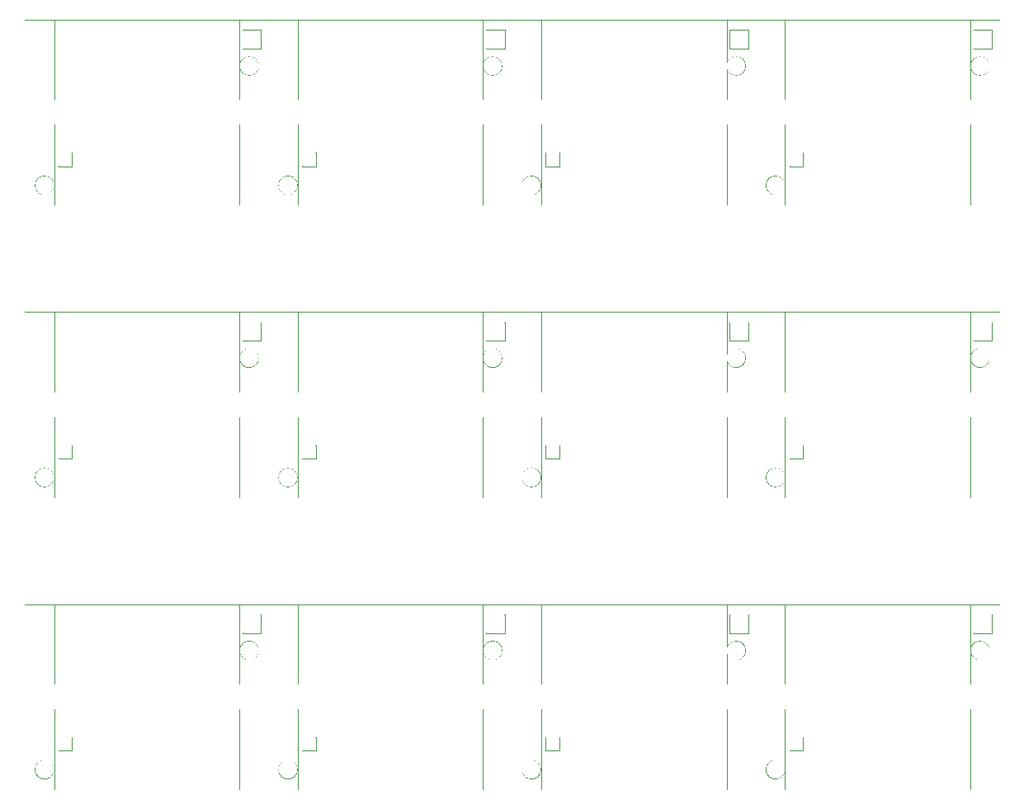
<source format=gto>
G04 #@! TF.GenerationSoftware,KiCad,Pcbnew,(5.0.0-3-g5ebb6b6)*
G04 #@! TF.CreationDate,2018-09-11T22:55:40+09:00*
G04 #@! TF.ProjectId,panelising_topre_pad_elecrow,70616E656C6973696E675F746F707265,rev?*
G04 #@! TF.SameCoordinates,Original*
G04 #@! TF.FileFunction,Legend,Top*
G04 #@! TF.FilePolarity,Positive*
%FSLAX46Y46*%
G04 Gerber Fmt 4.6, Leading zero omitted, Abs format (unit mm)*
G04 Created by KiCad (PCBNEW (5.0.0-3-g5ebb6b6)) date 2018 September 11, Tuesday 22:55:40*
%MOMM*%
%LPD*%
G01*
G04 APERTURE LIST*
%ADD10C,0.100000*%
%ADD11C,0.120000*%
%ADD12C,1.900000*%
%ADD13C,1.600000*%
%ADD14R,1.400000X1.400000*%
%ADD15R,1.900000X1.900000*%
%ADD16C,2.100000*%
%ADD17R,2.100000X2.100000*%
%ADD18C,2.600000*%
G04 APERTURE END LIST*
D10*
X74750000Y-94750000D02*
X74750000Y-75750000D01*
X55750000Y-94750000D02*
X55750000Y-75750000D01*
X52750000Y-75750000D02*
X77750000Y-75750000D01*
X99750000Y-94750000D02*
X99750000Y-75750000D01*
X80750000Y-94750000D02*
X80750000Y-75750000D01*
X77750000Y-75750000D02*
X102750000Y-75750000D01*
X124750000Y-94750000D02*
X124750000Y-75750000D01*
X105750000Y-94750000D02*
X105750000Y-75750000D01*
X102750000Y-75750000D02*
X127750000Y-75750000D01*
X74750000Y-124750000D02*
X74750000Y-105750000D01*
X55750000Y-124750000D02*
X55750000Y-105750000D01*
X52750000Y-105750000D02*
X77750000Y-105750000D01*
X99750000Y-124750000D02*
X99750000Y-105750000D01*
X80750000Y-124750000D02*
X80750000Y-105750000D01*
X77750000Y-105750000D02*
X102750000Y-105750000D01*
X124750000Y-124750000D02*
X124750000Y-105750000D01*
X105750000Y-124750000D02*
X105750000Y-105750000D01*
X102750000Y-105750000D02*
X127750000Y-105750000D01*
X149750000Y-94750000D02*
X149750000Y-75750000D01*
X130750000Y-94750000D02*
X130750000Y-75750000D01*
X127750000Y-75750000D02*
X152750000Y-75750000D01*
X149750000Y-124750000D02*
X149750000Y-105750000D01*
X130750000Y-124750000D02*
X130750000Y-105750000D01*
X127750000Y-105750000D02*
X152750000Y-105750000D01*
X74750000Y-154750000D02*
X74750000Y-135750000D01*
X55750000Y-154750000D02*
X55750000Y-135750000D01*
X52750000Y-135750000D02*
X77750000Y-135750000D01*
X99750000Y-154750000D02*
X99750000Y-135750000D01*
X80750000Y-154750000D02*
X80750000Y-135750000D01*
X77750000Y-135750000D02*
X102750000Y-135750000D01*
X124750000Y-154750000D02*
X124750000Y-135750000D01*
X105750000Y-154750000D02*
X105750000Y-135750000D01*
X102750000Y-135750000D02*
X127750000Y-135750000D01*
X149750000Y-154750000D02*
X149750000Y-135750000D01*
X130750000Y-154750000D02*
X130750000Y-135750000D01*
X127750000Y-135750000D02*
X152750000Y-135750000D01*
D11*
G04 #@! TO.C,REF\002A\002A*
X76700000Y-80500000D02*
G75*
G03X76700000Y-80500000I-950000J0D01*
G01*
X55700000Y-92750000D02*
G75*
G03X55700000Y-92750000I-950000J0D01*
G01*
X56200000Y-90800000D02*
X56200000Y-89400000D01*
X57600000Y-90800000D02*
X56200000Y-90800000D01*
X57600000Y-89400000D02*
X57600000Y-90800000D01*
X56200000Y-89400000D02*
X57600000Y-89400000D01*
X75076000Y-78704000D02*
X75076000Y-76804000D01*
X76976000Y-78704000D02*
X75076000Y-78704000D01*
X76976000Y-76804000D02*
X76976000Y-78704000D01*
X75076000Y-76804000D02*
X76976000Y-76804000D01*
X101700000Y-80500000D02*
G75*
G03X101700000Y-80500000I-950000J0D01*
G01*
X80700000Y-92750000D02*
G75*
G03X80700000Y-92750000I-950000J0D01*
G01*
X81200000Y-90800000D02*
X81200000Y-89400000D01*
X82600000Y-90800000D02*
X81200000Y-90800000D01*
X82600000Y-89400000D02*
X82600000Y-90800000D01*
X81200000Y-89400000D02*
X82600000Y-89400000D01*
X100076000Y-78704000D02*
X100076000Y-76804000D01*
X101976000Y-78704000D02*
X100076000Y-78704000D01*
X101976000Y-76804000D02*
X101976000Y-78704000D01*
X100076000Y-76804000D02*
X101976000Y-76804000D01*
X126700000Y-80500000D02*
G75*
G03X126700000Y-80500000I-950000J0D01*
G01*
X105700000Y-92750000D02*
G75*
G03X105700000Y-92750000I-950000J0D01*
G01*
X106200000Y-90800000D02*
X106200000Y-89400000D01*
X107600000Y-90800000D02*
X106200000Y-90800000D01*
X107600000Y-89400000D02*
X107600000Y-90800000D01*
X106200000Y-89400000D02*
X107600000Y-89400000D01*
X125076000Y-78704000D02*
X125076000Y-76804000D01*
X126976000Y-78704000D02*
X125076000Y-78704000D01*
X126976000Y-76804000D02*
X126976000Y-78704000D01*
X125076000Y-76804000D02*
X126976000Y-76804000D01*
X76700000Y-110500000D02*
G75*
G03X76700000Y-110500000I-950000J0D01*
G01*
X55700000Y-122750000D02*
G75*
G03X55700000Y-122750000I-950000J0D01*
G01*
X56200000Y-120800000D02*
X56200000Y-119400000D01*
X57600000Y-120800000D02*
X56200000Y-120800000D01*
X57600000Y-119400000D02*
X57600000Y-120800000D01*
X56200000Y-119400000D02*
X57600000Y-119400000D01*
X75076000Y-108704000D02*
X75076000Y-106804000D01*
X76976000Y-108704000D02*
X75076000Y-108704000D01*
X76976000Y-106804000D02*
X76976000Y-108704000D01*
X75076000Y-106804000D02*
X76976000Y-106804000D01*
X101700000Y-110500000D02*
G75*
G03X101700000Y-110500000I-950000J0D01*
G01*
X80700000Y-122750000D02*
G75*
G03X80700000Y-122750000I-950000J0D01*
G01*
X81200000Y-120800000D02*
X81200000Y-119400000D01*
X82600000Y-120800000D02*
X81200000Y-120800000D01*
X82600000Y-119400000D02*
X82600000Y-120800000D01*
X81200000Y-119400000D02*
X82600000Y-119400000D01*
X100076000Y-108704000D02*
X100076000Y-106804000D01*
X101976000Y-108704000D02*
X100076000Y-108704000D01*
X101976000Y-106804000D02*
X101976000Y-108704000D01*
X100076000Y-106804000D02*
X101976000Y-106804000D01*
X126700000Y-110500000D02*
G75*
G03X126700000Y-110500000I-950000J0D01*
G01*
X105700000Y-122750000D02*
G75*
G03X105700000Y-122750000I-950000J0D01*
G01*
X106200000Y-120800000D02*
X106200000Y-119400000D01*
X107600000Y-120800000D02*
X106200000Y-120800000D01*
X107600000Y-119400000D02*
X107600000Y-120800000D01*
X106200000Y-119400000D02*
X107600000Y-119400000D01*
X125076000Y-108704000D02*
X125076000Y-106804000D01*
X126976000Y-108704000D02*
X125076000Y-108704000D01*
X126976000Y-106804000D02*
X126976000Y-108704000D01*
X125076000Y-106804000D02*
X126976000Y-106804000D01*
X151700000Y-80500000D02*
G75*
G03X151700000Y-80500000I-950000J0D01*
G01*
X130700000Y-92750000D02*
G75*
G03X130700000Y-92750000I-950000J0D01*
G01*
X131200000Y-90800000D02*
X131200000Y-89400000D01*
X132600000Y-90800000D02*
X131200000Y-90800000D01*
X132600000Y-89400000D02*
X132600000Y-90800000D01*
X131200000Y-89400000D02*
X132600000Y-89400000D01*
X150076000Y-78704000D02*
X150076000Y-76804000D01*
X151976000Y-78704000D02*
X150076000Y-78704000D01*
X151976000Y-76804000D02*
X151976000Y-78704000D01*
X150076000Y-76804000D02*
X151976000Y-76804000D01*
X151700000Y-110500000D02*
G75*
G03X151700000Y-110500000I-950000J0D01*
G01*
X130700000Y-122750000D02*
G75*
G03X130700000Y-122750000I-950000J0D01*
G01*
X131200000Y-120800000D02*
X131200000Y-119400000D01*
X132600000Y-120800000D02*
X131200000Y-120800000D01*
X132600000Y-119400000D02*
X132600000Y-120800000D01*
X131200000Y-119400000D02*
X132600000Y-119400000D01*
X150076000Y-108704000D02*
X150076000Y-106804000D01*
X151976000Y-108704000D02*
X150076000Y-108704000D01*
X151976000Y-106804000D02*
X151976000Y-108704000D01*
X150076000Y-106804000D02*
X151976000Y-106804000D01*
X76700000Y-140500000D02*
G75*
G03X76700000Y-140500000I-950000J0D01*
G01*
X55700000Y-152750000D02*
G75*
G03X55700000Y-152750000I-950000J0D01*
G01*
X56200000Y-150800000D02*
X56200000Y-149400000D01*
X57600000Y-150800000D02*
X56200000Y-150800000D01*
X57600000Y-149400000D02*
X57600000Y-150800000D01*
X56200000Y-149400000D02*
X57600000Y-149400000D01*
X75076000Y-138704000D02*
X75076000Y-136804000D01*
X76976000Y-138704000D02*
X75076000Y-138704000D01*
X76976000Y-136804000D02*
X76976000Y-138704000D01*
X75076000Y-136804000D02*
X76976000Y-136804000D01*
X101700000Y-140500000D02*
G75*
G03X101700000Y-140500000I-950000J0D01*
G01*
X80700000Y-152750000D02*
G75*
G03X80700000Y-152750000I-950000J0D01*
G01*
X81200000Y-150800000D02*
X81200000Y-149400000D01*
X82600000Y-150800000D02*
X81200000Y-150800000D01*
X82600000Y-149400000D02*
X82600000Y-150800000D01*
X81200000Y-149400000D02*
X82600000Y-149400000D01*
X100076000Y-138704000D02*
X100076000Y-136804000D01*
X101976000Y-138704000D02*
X100076000Y-138704000D01*
X101976000Y-136804000D02*
X101976000Y-138704000D01*
X100076000Y-136804000D02*
X101976000Y-136804000D01*
X126700000Y-140500000D02*
G75*
G03X126700000Y-140500000I-950000J0D01*
G01*
X105700000Y-152750000D02*
G75*
G03X105700000Y-152750000I-950000J0D01*
G01*
X106200000Y-150800000D02*
X106200000Y-149400000D01*
X107600000Y-150800000D02*
X106200000Y-150800000D01*
X107600000Y-149400000D02*
X107600000Y-150800000D01*
X106200000Y-149400000D02*
X107600000Y-149400000D01*
X125076000Y-138704000D02*
X125076000Y-136804000D01*
X126976000Y-138704000D02*
X125076000Y-138704000D01*
X126976000Y-136804000D02*
X126976000Y-138704000D01*
X125076000Y-136804000D02*
X126976000Y-136804000D01*
X151700000Y-140500000D02*
G75*
G03X151700000Y-140500000I-950000J0D01*
G01*
X130700000Y-152750000D02*
G75*
G03X130700000Y-152750000I-950000J0D01*
G01*
X131200000Y-150800000D02*
X131200000Y-149400000D01*
X132600000Y-150800000D02*
X131200000Y-150800000D01*
X132600000Y-149400000D02*
X132600000Y-150800000D01*
X131200000Y-149400000D02*
X132600000Y-149400000D01*
X150076000Y-138704000D02*
X150076000Y-136804000D01*
X151976000Y-138704000D02*
X150076000Y-138704000D01*
X151976000Y-136804000D02*
X151976000Y-138704000D01*
X150076000Y-136804000D02*
X151976000Y-136804000D01*
G04 #@! TD*
%LPC*%
D12*
G04 #@! TO.C,REF\002A\002A*
X75750000Y-80500000D03*
G04 #@! TD*
D13*
G04 #@! TO.C,SW_EC1*
X66550000Y-85250000D03*
X63950000Y-85250000D03*
G04 #@! TD*
D12*
G04 #@! TO.C,REF\002A\002A*
X54750000Y-92750000D03*
G04 #@! TD*
D14*
G04 #@! TO.C,REF\002A\002A*
X56900000Y-90100000D03*
G04 #@! TD*
D15*
G04 #@! TO.C,REF\002A\002A*
X76026000Y-77754000D03*
G04 #@! TD*
D16*
G04 #@! TO.C,P?*
X72200000Y-78450000D03*
G04 #@! TD*
G04 #@! TO.C,REF\002A\002A*
X58200000Y-92200000D03*
G04 #@! TD*
D17*
G04 #@! TO.C,P?*
X65276000Y-68504000D03*
G04 #@! TD*
D18*
G04 #@! TO.C,HOLE_M2.6*
X74775000Y-85250000D03*
G04 #@! TD*
G04 #@! TO.C,HOLE_M2.6*
X55750000Y-85250000D03*
G04 #@! TD*
D16*
G04 #@! TO.C,P?*
X62750000Y-68500000D03*
G04 #@! TD*
G04 #@! TO.C,P?*
X67750000Y-68500000D03*
G04 #@! TD*
D12*
G04 #@! TO.C,REF\002A\002A*
X100750000Y-80500000D03*
G04 #@! TD*
D13*
G04 #@! TO.C,SW_EC1*
X91550000Y-85250000D03*
X88950000Y-85250000D03*
G04 #@! TD*
D12*
G04 #@! TO.C,REF\002A\002A*
X79750000Y-92750000D03*
G04 #@! TD*
D14*
G04 #@! TO.C,REF\002A\002A*
X81900000Y-90100000D03*
G04 #@! TD*
D15*
G04 #@! TO.C,REF\002A\002A*
X101026000Y-77754000D03*
G04 #@! TD*
D16*
G04 #@! TO.C,P?*
X97200000Y-78450000D03*
G04 #@! TD*
G04 #@! TO.C,REF\002A\002A*
X83200000Y-92200000D03*
G04 #@! TD*
D17*
G04 #@! TO.C,P?*
X90276000Y-68504000D03*
G04 #@! TD*
D18*
G04 #@! TO.C,HOLE_M2.6*
X99775000Y-85250000D03*
G04 #@! TD*
G04 #@! TO.C,HOLE_M2.6*
X80750000Y-85250000D03*
G04 #@! TD*
D16*
G04 #@! TO.C,P?*
X87750000Y-68500000D03*
G04 #@! TD*
G04 #@! TO.C,P?*
X92750000Y-68500000D03*
G04 #@! TD*
D12*
G04 #@! TO.C,REF\002A\002A*
X125750000Y-80500000D03*
G04 #@! TD*
D13*
G04 #@! TO.C,SW_EC1*
X116550000Y-85250000D03*
X113950000Y-85250000D03*
G04 #@! TD*
D12*
G04 #@! TO.C,REF\002A\002A*
X104750000Y-92750000D03*
G04 #@! TD*
D14*
G04 #@! TO.C,REF\002A\002A*
X106900000Y-90100000D03*
G04 #@! TD*
D15*
G04 #@! TO.C,REF\002A\002A*
X126026000Y-77754000D03*
G04 #@! TD*
D16*
G04 #@! TO.C,P?*
X122200000Y-78450000D03*
G04 #@! TD*
G04 #@! TO.C,REF\002A\002A*
X108200000Y-92200000D03*
G04 #@! TD*
D17*
G04 #@! TO.C,P?*
X115276000Y-68504000D03*
G04 #@! TD*
D18*
G04 #@! TO.C,HOLE_M2.6*
X124775000Y-85250000D03*
G04 #@! TD*
G04 #@! TO.C,HOLE_M2.6*
X105750000Y-85250000D03*
G04 #@! TD*
D16*
G04 #@! TO.C,P?*
X112750000Y-68500000D03*
G04 #@! TD*
G04 #@! TO.C,P?*
X117750000Y-68500000D03*
G04 #@! TD*
D12*
G04 #@! TO.C,REF\002A\002A*
X75750000Y-110500000D03*
G04 #@! TD*
D13*
G04 #@! TO.C,SW_EC1*
X66550000Y-115250000D03*
X63950000Y-115250000D03*
G04 #@! TD*
D12*
G04 #@! TO.C,REF\002A\002A*
X54750000Y-122750000D03*
G04 #@! TD*
D14*
G04 #@! TO.C,REF\002A\002A*
X56900000Y-120100000D03*
G04 #@! TD*
D15*
G04 #@! TO.C,REF\002A\002A*
X76026000Y-107754000D03*
G04 #@! TD*
D16*
G04 #@! TO.C,P?*
X72200000Y-108450000D03*
G04 #@! TD*
G04 #@! TO.C,REF\002A\002A*
X58200000Y-122200000D03*
G04 #@! TD*
D17*
G04 #@! TO.C,P?*
X65276000Y-98504000D03*
G04 #@! TD*
D18*
G04 #@! TO.C,HOLE_M2.6*
X74775000Y-115250000D03*
G04 #@! TD*
G04 #@! TO.C,HOLE_M2.6*
X55750000Y-115250000D03*
G04 #@! TD*
D16*
G04 #@! TO.C,P?*
X62750000Y-98500000D03*
G04 #@! TD*
G04 #@! TO.C,P?*
X67750000Y-98500000D03*
G04 #@! TD*
D12*
G04 #@! TO.C,REF\002A\002A*
X100750000Y-110500000D03*
G04 #@! TD*
D13*
G04 #@! TO.C,SW_EC1*
X91550000Y-115250000D03*
X88950000Y-115250000D03*
G04 #@! TD*
D12*
G04 #@! TO.C,REF\002A\002A*
X79750000Y-122750000D03*
G04 #@! TD*
D14*
G04 #@! TO.C,REF\002A\002A*
X81900000Y-120100000D03*
G04 #@! TD*
D15*
G04 #@! TO.C,REF\002A\002A*
X101026000Y-107754000D03*
G04 #@! TD*
D16*
G04 #@! TO.C,P?*
X97200000Y-108450000D03*
G04 #@! TD*
G04 #@! TO.C,REF\002A\002A*
X83200000Y-122200000D03*
G04 #@! TD*
D17*
G04 #@! TO.C,P?*
X90276000Y-98504000D03*
G04 #@! TD*
D18*
G04 #@! TO.C,HOLE_M2.6*
X99775000Y-115250000D03*
G04 #@! TD*
G04 #@! TO.C,HOLE_M2.6*
X80750000Y-115250000D03*
G04 #@! TD*
D16*
G04 #@! TO.C,P?*
X87750000Y-98500000D03*
G04 #@! TD*
G04 #@! TO.C,P?*
X92750000Y-98500000D03*
G04 #@! TD*
D12*
G04 #@! TO.C,REF\002A\002A*
X125750000Y-110500000D03*
G04 #@! TD*
D13*
G04 #@! TO.C,SW_EC1*
X116550000Y-115250000D03*
X113950000Y-115250000D03*
G04 #@! TD*
D12*
G04 #@! TO.C,REF\002A\002A*
X104750000Y-122750000D03*
G04 #@! TD*
D14*
G04 #@! TO.C,REF\002A\002A*
X106900000Y-120100000D03*
G04 #@! TD*
D15*
G04 #@! TO.C,REF\002A\002A*
X126026000Y-107754000D03*
G04 #@! TD*
D16*
G04 #@! TO.C,P?*
X122200000Y-108450000D03*
G04 #@! TD*
G04 #@! TO.C,REF\002A\002A*
X108200000Y-122200000D03*
G04 #@! TD*
D17*
G04 #@! TO.C,P?*
X115276000Y-98504000D03*
G04 #@! TD*
D18*
G04 #@! TO.C,HOLE_M2.6*
X124775000Y-115250000D03*
G04 #@! TD*
G04 #@! TO.C,HOLE_M2.6*
X105750000Y-115250000D03*
G04 #@! TD*
D16*
G04 #@! TO.C,P?*
X112750000Y-98500000D03*
G04 #@! TD*
G04 #@! TO.C,P?*
X117750000Y-98500000D03*
G04 #@! TD*
D12*
G04 #@! TO.C,REF\002A\002A*
X150750000Y-80500000D03*
G04 #@! TD*
D13*
G04 #@! TO.C,SW_EC1*
X141550000Y-85250000D03*
X138950000Y-85250000D03*
G04 #@! TD*
D12*
G04 #@! TO.C,REF\002A\002A*
X129750000Y-92750000D03*
G04 #@! TD*
D14*
G04 #@! TO.C,REF\002A\002A*
X131900000Y-90100000D03*
G04 #@! TD*
D15*
G04 #@! TO.C,REF\002A\002A*
X151026000Y-77754000D03*
G04 #@! TD*
D16*
G04 #@! TO.C,P?*
X147200000Y-78450000D03*
G04 #@! TD*
G04 #@! TO.C,REF\002A\002A*
X133200000Y-92200000D03*
G04 #@! TD*
D17*
G04 #@! TO.C,P?*
X140276000Y-68504000D03*
G04 #@! TD*
D18*
G04 #@! TO.C,HOLE_M2.6*
X149775000Y-85250000D03*
G04 #@! TD*
G04 #@! TO.C,HOLE_M2.6*
X130750000Y-85250000D03*
G04 #@! TD*
D16*
G04 #@! TO.C,P?*
X137750000Y-68500000D03*
G04 #@! TD*
G04 #@! TO.C,P?*
X142750000Y-68500000D03*
G04 #@! TD*
D12*
G04 #@! TO.C,REF\002A\002A*
X150750000Y-110500000D03*
G04 #@! TD*
D13*
G04 #@! TO.C,SW_EC1*
X141550000Y-115250000D03*
X138950000Y-115250000D03*
G04 #@! TD*
D12*
G04 #@! TO.C,REF\002A\002A*
X129750000Y-122750000D03*
G04 #@! TD*
D14*
G04 #@! TO.C,REF\002A\002A*
X131900000Y-120100000D03*
G04 #@! TD*
D15*
G04 #@! TO.C,REF\002A\002A*
X151026000Y-107754000D03*
G04 #@! TD*
D16*
G04 #@! TO.C,P?*
X147200000Y-108450000D03*
G04 #@! TD*
G04 #@! TO.C,REF\002A\002A*
X133200000Y-122200000D03*
G04 #@! TD*
D17*
G04 #@! TO.C,P?*
X140276000Y-98504000D03*
G04 #@! TD*
D18*
G04 #@! TO.C,HOLE_M2.6*
X149775000Y-115250000D03*
G04 #@! TD*
G04 #@! TO.C,HOLE_M2.6*
X130750000Y-115250000D03*
G04 #@! TD*
D16*
G04 #@! TO.C,P?*
X137750000Y-98500000D03*
G04 #@! TD*
G04 #@! TO.C,P?*
X142750000Y-98500000D03*
G04 #@! TD*
D12*
G04 #@! TO.C,REF\002A\002A*
X75750000Y-140500000D03*
G04 #@! TD*
D13*
G04 #@! TO.C,SW_EC1*
X66550000Y-145250000D03*
X63950000Y-145250000D03*
G04 #@! TD*
D12*
G04 #@! TO.C,REF\002A\002A*
X54750000Y-152750000D03*
G04 #@! TD*
D14*
G04 #@! TO.C,REF\002A\002A*
X56900000Y-150100000D03*
G04 #@! TD*
D15*
G04 #@! TO.C,REF\002A\002A*
X76026000Y-137754000D03*
G04 #@! TD*
D16*
G04 #@! TO.C,P?*
X72200000Y-138450000D03*
G04 #@! TD*
G04 #@! TO.C,REF\002A\002A*
X58200000Y-152200000D03*
G04 #@! TD*
D17*
G04 #@! TO.C,P?*
X65276000Y-128504000D03*
G04 #@! TD*
D18*
G04 #@! TO.C,HOLE_M2.6*
X74775000Y-145250000D03*
G04 #@! TD*
G04 #@! TO.C,HOLE_M2.6*
X55750000Y-145250000D03*
G04 #@! TD*
D16*
G04 #@! TO.C,P?*
X62750000Y-128500000D03*
G04 #@! TD*
G04 #@! TO.C,P?*
X67750000Y-128500000D03*
G04 #@! TD*
D12*
G04 #@! TO.C,REF\002A\002A*
X100750000Y-140500000D03*
G04 #@! TD*
D13*
G04 #@! TO.C,SW_EC1*
X91550000Y-145250000D03*
X88950000Y-145250000D03*
G04 #@! TD*
D12*
G04 #@! TO.C,REF\002A\002A*
X79750000Y-152750000D03*
G04 #@! TD*
D14*
G04 #@! TO.C,REF\002A\002A*
X81900000Y-150100000D03*
G04 #@! TD*
D15*
G04 #@! TO.C,REF\002A\002A*
X101026000Y-137754000D03*
G04 #@! TD*
D16*
G04 #@! TO.C,P?*
X97200000Y-138450000D03*
G04 #@! TD*
G04 #@! TO.C,REF\002A\002A*
X83200000Y-152200000D03*
G04 #@! TD*
D17*
G04 #@! TO.C,P?*
X90276000Y-128504000D03*
G04 #@! TD*
D18*
G04 #@! TO.C,HOLE_M2.6*
X99775000Y-145250000D03*
G04 #@! TD*
G04 #@! TO.C,HOLE_M2.6*
X80750000Y-145250000D03*
G04 #@! TD*
D16*
G04 #@! TO.C,P?*
X87750000Y-128500000D03*
G04 #@! TD*
G04 #@! TO.C,P?*
X92750000Y-128500000D03*
G04 #@! TD*
D12*
G04 #@! TO.C,REF\002A\002A*
X125750000Y-140500000D03*
G04 #@! TD*
D13*
G04 #@! TO.C,SW_EC1*
X116550000Y-145250000D03*
X113950000Y-145250000D03*
G04 #@! TD*
D12*
G04 #@! TO.C,REF\002A\002A*
X104750000Y-152750000D03*
G04 #@! TD*
D14*
G04 #@! TO.C,REF\002A\002A*
X106900000Y-150100000D03*
G04 #@! TD*
D15*
G04 #@! TO.C,REF\002A\002A*
X126026000Y-137754000D03*
G04 #@! TD*
D16*
G04 #@! TO.C,P?*
X122200000Y-138450000D03*
G04 #@! TD*
G04 #@! TO.C,REF\002A\002A*
X108200000Y-152200000D03*
G04 #@! TD*
D17*
G04 #@! TO.C,P?*
X115276000Y-128504000D03*
G04 #@! TD*
D18*
G04 #@! TO.C,HOLE_M2.6*
X124775000Y-145250000D03*
G04 #@! TD*
G04 #@! TO.C,HOLE_M2.6*
X105750000Y-145250000D03*
G04 #@! TD*
D16*
G04 #@! TO.C,P?*
X112750000Y-128500000D03*
G04 #@! TD*
G04 #@! TO.C,P?*
X117750000Y-128500000D03*
G04 #@! TD*
D12*
G04 #@! TO.C,REF\002A\002A*
X150750000Y-140500000D03*
G04 #@! TD*
D13*
G04 #@! TO.C,SW_EC1*
X141550000Y-145250000D03*
X138950000Y-145250000D03*
G04 #@! TD*
D12*
G04 #@! TO.C,REF\002A\002A*
X129750000Y-152750000D03*
G04 #@! TD*
D14*
G04 #@! TO.C,REF\002A\002A*
X131900000Y-150100000D03*
G04 #@! TD*
D15*
G04 #@! TO.C,REF\002A\002A*
X151026000Y-137754000D03*
G04 #@! TD*
D16*
G04 #@! TO.C,P?*
X147200000Y-138450000D03*
G04 #@! TD*
G04 #@! TO.C,REF\002A\002A*
X133200000Y-152200000D03*
G04 #@! TD*
D17*
G04 #@! TO.C,P?*
X140276000Y-128504000D03*
G04 #@! TD*
D18*
G04 #@! TO.C,HOLE_M2.6*
X149775000Y-145250000D03*
G04 #@! TD*
G04 #@! TO.C,HOLE_M2.6*
X130750000Y-145250000D03*
G04 #@! TD*
D16*
G04 #@! TO.C,P?*
X137750000Y-128500000D03*
G04 #@! TD*
G04 #@! TO.C,P?*
X142750000Y-128500000D03*
G04 #@! TD*
M02*

</source>
